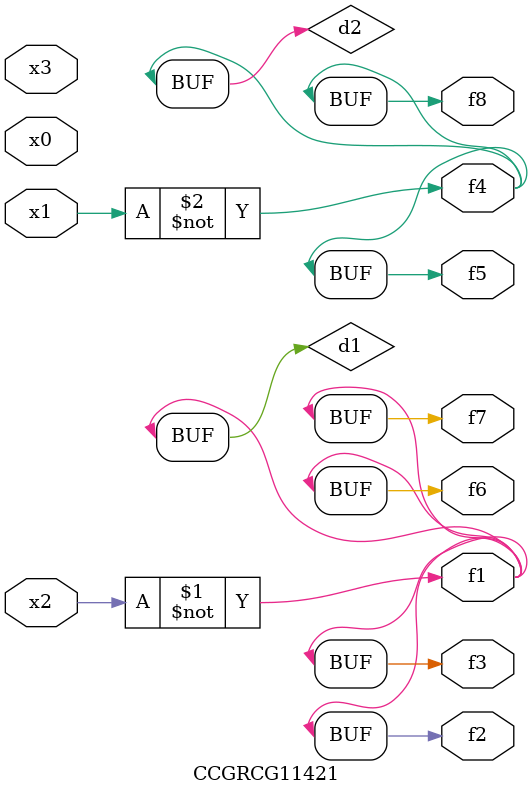
<source format=v>
module CCGRCG11421(
	input x0, x1, x2, x3,
	output f1, f2, f3, f4, f5, f6, f7, f8
);

	wire d1, d2;

	xnor (d1, x2);
	not (d2, x1);
	assign f1 = d1;
	assign f2 = d1;
	assign f3 = d1;
	assign f4 = d2;
	assign f5 = d2;
	assign f6 = d1;
	assign f7 = d1;
	assign f8 = d2;
endmodule

</source>
